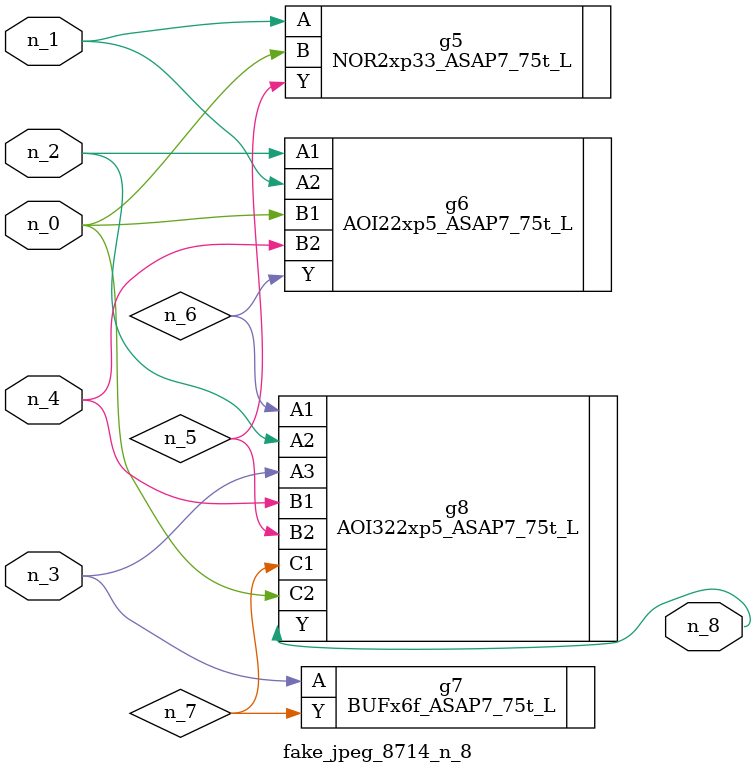
<source format=v>
module fake_jpeg_8714_n_8 (n_3, n_2, n_1, n_0, n_4, n_8);

input n_3;
input n_2;
input n_1;
input n_0;
input n_4;

output n_8;

wire n_6;
wire n_5;
wire n_7;

NOR2xp33_ASAP7_75t_L g5 ( 
.A(n_1),
.B(n_0),
.Y(n_5)
);

AOI22xp5_ASAP7_75t_L g6 ( 
.A1(n_2),
.A2(n_1),
.B1(n_0),
.B2(n_4),
.Y(n_6)
);

BUFx6f_ASAP7_75t_L g7 ( 
.A(n_3),
.Y(n_7)
);

AOI322xp5_ASAP7_75t_L g8 ( 
.A1(n_6),
.A2(n_2),
.A3(n_3),
.B1(n_4),
.B2(n_5),
.C1(n_7),
.C2(n_0),
.Y(n_8)
);


endmodule
</source>
